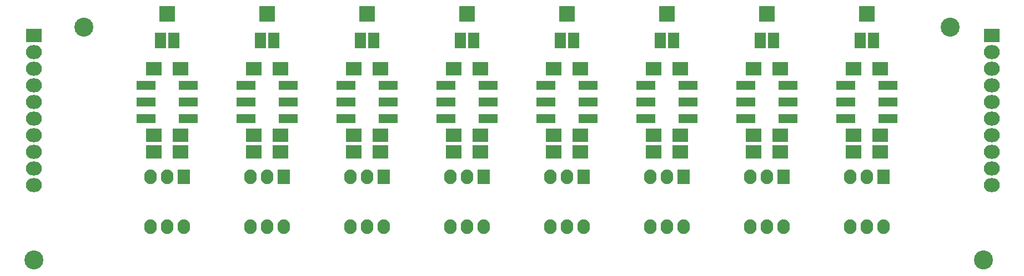
<source format=gts>
G04 #@! TF.FileFunction,Soldermask,Top*
%FSLAX46Y46*%
G04 Gerber Fmt 4.6, Leading zero omitted, Abs format (unit mm)*
G04 Created by KiCad (PCBNEW 4.0.0-stable) date 3/18/2016 10:57:14 AM*
%MOMM*%
G01*
G04 APERTURE LIST*
%ADD10C,0.100000*%
%ADD11C,2.900000*%
%ADD12R,2.900000X1.400000*%
%ADD13R,1.924000X2.224000*%
%ADD14O,1.924000X2.224000*%
%ADD15R,2.400000X2.400000*%
%ADD16R,1.700000X2.400000*%
%ADD17R,2.432000X2.127200*%
%ADD18O,2.432000X2.127200*%
%ADD19R,2.400000X2.000000*%
G04 APERTURE END LIST*
D10*
D11*
X66040000Y-104140000D03*
X210820000Y-104140000D03*
X205740000Y-68580000D03*
X73660000Y-68580000D03*
D12*
X89610000Y-82550000D03*
X89610000Y-80010000D03*
X89610000Y-77470000D03*
X83110000Y-77470000D03*
X83110000Y-80010000D03*
X83110000Y-82550000D03*
X104850000Y-82550000D03*
X104850000Y-80010000D03*
X104850000Y-77470000D03*
X98350000Y-77470000D03*
X98350000Y-80010000D03*
X98350000Y-82550000D03*
X135330000Y-82550000D03*
X135330000Y-80010000D03*
X135330000Y-77470000D03*
X128830000Y-77470000D03*
X128830000Y-80010000D03*
X128830000Y-82550000D03*
X120090000Y-82550000D03*
X120090000Y-80010000D03*
X120090000Y-77470000D03*
X113590000Y-77470000D03*
X113590000Y-80010000D03*
X113590000Y-82550000D03*
X150570000Y-82550000D03*
X150570000Y-80010000D03*
X150570000Y-77470000D03*
X144070000Y-77470000D03*
X144070000Y-80010000D03*
X144070000Y-82550000D03*
X165810000Y-82550000D03*
X165810000Y-80010000D03*
X165810000Y-77470000D03*
X159310000Y-77470000D03*
X159310000Y-80010000D03*
X159310000Y-82550000D03*
X196290000Y-82550000D03*
X196290000Y-80010000D03*
X196290000Y-77470000D03*
X189790000Y-77470000D03*
X189790000Y-80010000D03*
X189790000Y-82550000D03*
X181050000Y-82550000D03*
X181050000Y-80010000D03*
X181050000Y-77470000D03*
X174550000Y-77470000D03*
X174550000Y-80010000D03*
X174550000Y-82550000D03*
D13*
X88900000Y-91440000D03*
D14*
X88900000Y-99060000D03*
X86360000Y-91440000D03*
X86360000Y-99060000D03*
X83820000Y-91440000D03*
X83820000Y-99060000D03*
D13*
X104140000Y-91440000D03*
D14*
X104140000Y-99060000D03*
X101600000Y-91440000D03*
X101600000Y-99060000D03*
X99060000Y-91440000D03*
X99060000Y-99060000D03*
D13*
X134620000Y-91440000D03*
D14*
X134620000Y-99060000D03*
X132080000Y-91440000D03*
X132080000Y-99060000D03*
X129540000Y-91440000D03*
X129540000Y-99060000D03*
D13*
X119380000Y-91440000D03*
D14*
X119380000Y-99060000D03*
X116840000Y-91440000D03*
X116840000Y-99060000D03*
X114300000Y-91440000D03*
X114300000Y-99060000D03*
D13*
X149860000Y-91440000D03*
D14*
X149860000Y-99060000D03*
X147320000Y-91440000D03*
X147320000Y-99060000D03*
X144780000Y-91440000D03*
X144780000Y-99060000D03*
D13*
X165100000Y-91440000D03*
D14*
X165100000Y-99060000D03*
X162560000Y-91440000D03*
X162560000Y-99060000D03*
X160020000Y-91440000D03*
X160020000Y-99060000D03*
D13*
X195580000Y-91440000D03*
D14*
X195580000Y-99060000D03*
X193040000Y-91440000D03*
X193040000Y-99060000D03*
X190500000Y-91440000D03*
X190500000Y-99060000D03*
D13*
X180340000Y-91440000D03*
D14*
X180340000Y-99060000D03*
X177800000Y-91440000D03*
X177800000Y-99060000D03*
X175260000Y-91440000D03*
X175260000Y-99060000D03*
D15*
X86360000Y-66580000D03*
D16*
X85360000Y-70580000D03*
X87360000Y-70580000D03*
D15*
X177800000Y-66580000D03*
D16*
X176800000Y-70580000D03*
X178800000Y-70580000D03*
D15*
X193040000Y-66580000D03*
D16*
X192040000Y-70580000D03*
X194040000Y-70580000D03*
D15*
X162560000Y-66580000D03*
D16*
X161560000Y-70580000D03*
X163560000Y-70580000D03*
D15*
X147320000Y-66580000D03*
D16*
X146320000Y-70580000D03*
X148320000Y-70580000D03*
D15*
X132080000Y-66580000D03*
D16*
X131080000Y-70580000D03*
X133080000Y-70580000D03*
D15*
X101600000Y-66580000D03*
D16*
X100600000Y-70580000D03*
X102600000Y-70580000D03*
D17*
X212090000Y-69850000D03*
D18*
X212090000Y-72390000D03*
X212090000Y-74930000D03*
X212090000Y-77470000D03*
X212090000Y-80010000D03*
X212090000Y-82550000D03*
X212090000Y-85090000D03*
X212090000Y-87630000D03*
X212090000Y-90170000D03*
X212090000Y-92710000D03*
D17*
X66040000Y-69850000D03*
D18*
X66040000Y-72390000D03*
X66040000Y-74930000D03*
X66040000Y-77470000D03*
X66040000Y-80010000D03*
X66040000Y-82550000D03*
X66040000Y-85090000D03*
X66040000Y-87630000D03*
X66040000Y-90170000D03*
X66040000Y-92710000D03*
D19*
X175800000Y-74930000D03*
X179800000Y-74930000D03*
X179800000Y-85090000D03*
X175800000Y-85090000D03*
X175800000Y-87630000D03*
X179800000Y-87630000D03*
X191040000Y-74930000D03*
X195040000Y-74930000D03*
X195040000Y-85090000D03*
X191040000Y-85090000D03*
X191040000Y-87630000D03*
X195040000Y-87630000D03*
X160560000Y-74930000D03*
X164560000Y-74930000D03*
X164560000Y-85090000D03*
X160560000Y-85090000D03*
X160560000Y-87630000D03*
X164560000Y-87630000D03*
X145320000Y-74930000D03*
X149320000Y-74930000D03*
X149320000Y-85090000D03*
X145320000Y-85090000D03*
X145320000Y-87630000D03*
X149320000Y-87630000D03*
X114840000Y-74930000D03*
X118840000Y-74930000D03*
X118840000Y-85090000D03*
X114840000Y-85090000D03*
X114840000Y-87630000D03*
X118840000Y-87630000D03*
X130080000Y-74930000D03*
X134080000Y-74930000D03*
X134080000Y-85090000D03*
X130080000Y-85090000D03*
X130080000Y-87630000D03*
X134080000Y-87630000D03*
X99600000Y-74930000D03*
X103600000Y-74930000D03*
X103600000Y-85090000D03*
X99600000Y-85090000D03*
X99600000Y-87630000D03*
X103600000Y-87630000D03*
X84360000Y-74930000D03*
X88360000Y-74930000D03*
X88360000Y-85090000D03*
X84360000Y-85090000D03*
X84360000Y-87630000D03*
X88360000Y-87630000D03*
D15*
X116840000Y-66580000D03*
D16*
X115840000Y-70580000D03*
X117840000Y-70580000D03*
D15*
X116840000Y-66580000D03*
D16*
X115840000Y-70580000D03*
X117840000Y-70580000D03*
D19*
X84360000Y-87630000D03*
X88360000Y-87630000D03*
X88360000Y-85090000D03*
X84360000Y-85090000D03*
X84360000Y-74930000D03*
X88360000Y-74930000D03*
X99600000Y-87630000D03*
X103600000Y-87630000D03*
X103600000Y-85090000D03*
X99600000Y-85090000D03*
X99600000Y-74930000D03*
X103600000Y-74930000D03*
X130080000Y-87630000D03*
X134080000Y-87630000D03*
X134080000Y-85090000D03*
X130080000Y-85090000D03*
X130080000Y-74930000D03*
X134080000Y-74930000D03*
X114840000Y-87630000D03*
X118840000Y-87630000D03*
X118840000Y-85090000D03*
X114840000Y-85090000D03*
X114840000Y-74930000D03*
X118840000Y-74930000D03*
X145320000Y-87630000D03*
X149320000Y-87630000D03*
X149320000Y-85090000D03*
X145320000Y-85090000D03*
X145320000Y-74930000D03*
X149320000Y-74930000D03*
X160560000Y-87630000D03*
X164560000Y-87630000D03*
X164560000Y-85090000D03*
X160560000Y-85090000D03*
X160560000Y-74930000D03*
X164560000Y-74930000D03*
X191040000Y-87630000D03*
X195040000Y-87630000D03*
X195040000Y-85090000D03*
X191040000Y-85090000D03*
X191040000Y-74930000D03*
X195040000Y-74930000D03*
X175800000Y-87630000D03*
X179800000Y-87630000D03*
X179800000Y-85090000D03*
X175800000Y-85090000D03*
X175800000Y-74930000D03*
X179800000Y-74930000D03*
D17*
X66040000Y-69850000D03*
D18*
X66040000Y-72390000D03*
X66040000Y-74930000D03*
X66040000Y-77470000D03*
X66040000Y-80010000D03*
X66040000Y-82550000D03*
X66040000Y-85090000D03*
X66040000Y-87630000D03*
X66040000Y-90170000D03*
X66040000Y-92710000D03*
D17*
X212090000Y-69850000D03*
D18*
X212090000Y-72390000D03*
X212090000Y-74930000D03*
X212090000Y-77470000D03*
X212090000Y-80010000D03*
X212090000Y-82550000D03*
X212090000Y-85090000D03*
X212090000Y-87630000D03*
X212090000Y-90170000D03*
X212090000Y-92710000D03*
D15*
X101600000Y-66580000D03*
D16*
X100600000Y-70580000D03*
X102600000Y-70580000D03*
D15*
X132080000Y-66580000D03*
D16*
X131080000Y-70580000D03*
X133080000Y-70580000D03*
D15*
X147320000Y-66580000D03*
D16*
X146320000Y-70580000D03*
X148320000Y-70580000D03*
D15*
X162560000Y-66580000D03*
D16*
X161560000Y-70580000D03*
X163560000Y-70580000D03*
D15*
X193040000Y-66580000D03*
D16*
X192040000Y-70580000D03*
X194040000Y-70580000D03*
D15*
X177800000Y-66580000D03*
D16*
X176800000Y-70580000D03*
X178800000Y-70580000D03*
D15*
X86360000Y-66580000D03*
D16*
X85360000Y-70580000D03*
X87360000Y-70580000D03*
D13*
X180340000Y-91440000D03*
D14*
X180340000Y-99060000D03*
X177800000Y-91440000D03*
X177800000Y-99060000D03*
X175260000Y-91440000D03*
X175260000Y-99060000D03*
D13*
X195580000Y-91440000D03*
D14*
X195580000Y-99060000D03*
X193040000Y-91440000D03*
X193040000Y-99060000D03*
X190500000Y-91440000D03*
X190500000Y-99060000D03*
D13*
X165100000Y-91440000D03*
D14*
X165100000Y-99060000D03*
X162560000Y-91440000D03*
X162560000Y-99060000D03*
X160020000Y-91440000D03*
X160020000Y-99060000D03*
D13*
X149860000Y-91440000D03*
D14*
X149860000Y-99060000D03*
X147320000Y-91440000D03*
X147320000Y-99060000D03*
X144780000Y-91440000D03*
X144780000Y-99060000D03*
D13*
X119380000Y-91440000D03*
D14*
X119380000Y-99060000D03*
X116840000Y-91440000D03*
X116840000Y-99060000D03*
X114300000Y-91440000D03*
X114300000Y-99060000D03*
D13*
X134620000Y-91440000D03*
D14*
X134620000Y-99060000D03*
X132080000Y-91440000D03*
X132080000Y-99060000D03*
X129540000Y-91440000D03*
X129540000Y-99060000D03*
D13*
X104140000Y-91440000D03*
D14*
X104140000Y-99060000D03*
X101600000Y-91440000D03*
X101600000Y-99060000D03*
X99060000Y-91440000D03*
X99060000Y-99060000D03*
D13*
X88900000Y-91440000D03*
D14*
X88900000Y-99060000D03*
X86360000Y-91440000D03*
X86360000Y-99060000D03*
X83820000Y-91440000D03*
X83820000Y-99060000D03*
D12*
X181050000Y-82550000D03*
X181050000Y-80010000D03*
X181050000Y-77470000D03*
X174550000Y-77470000D03*
X174550000Y-80010000D03*
X174550000Y-82550000D03*
X196290000Y-82550000D03*
X196290000Y-80010000D03*
X196290000Y-77470000D03*
X189790000Y-77470000D03*
X189790000Y-80010000D03*
X189790000Y-82550000D03*
X165810000Y-82550000D03*
X165810000Y-80010000D03*
X165810000Y-77470000D03*
X159310000Y-77470000D03*
X159310000Y-80010000D03*
X159310000Y-82550000D03*
X150570000Y-82550000D03*
X150570000Y-80010000D03*
X150570000Y-77470000D03*
X144070000Y-77470000D03*
X144070000Y-80010000D03*
X144070000Y-82550000D03*
X120090000Y-82550000D03*
X120090000Y-80010000D03*
X120090000Y-77470000D03*
X113590000Y-77470000D03*
X113590000Y-80010000D03*
X113590000Y-82550000D03*
X135330000Y-82550000D03*
X135330000Y-80010000D03*
X135330000Y-77470000D03*
X128830000Y-77470000D03*
X128830000Y-80010000D03*
X128830000Y-82550000D03*
X104850000Y-82550000D03*
X104850000Y-80010000D03*
X104850000Y-77470000D03*
X98350000Y-77470000D03*
X98350000Y-80010000D03*
X98350000Y-82550000D03*
X89610000Y-82550000D03*
X89610000Y-80010000D03*
X89610000Y-77470000D03*
X83110000Y-77470000D03*
X83110000Y-80010000D03*
X83110000Y-82550000D03*
D11*
X73660000Y-68580000D03*
X205740000Y-68580000D03*
X210820000Y-104140000D03*
X66040000Y-104140000D03*
X66040000Y-104140000D03*
X210820000Y-104140000D03*
X205740000Y-68580000D03*
X73660000Y-68580000D03*
D12*
X89610000Y-82550000D03*
X89610000Y-80010000D03*
X89610000Y-77470000D03*
X83110000Y-77470000D03*
X83110000Y-80010000D03*
X83110000Y-82550000D03*
X104850000Y-82550000D03*
X104850000Y-80010000D03*
X104850000Y-77470000D03*
X98350000Y-77470000D03*
X98350000Y-80010000D03*
X98350000Y-82550000D03*
X135330000Y-82550000D03*
X135330000Y-80010000D03*
X135330000Y-77470000D03*
X128830000Y-77470000D03*
X128830000Y-80010000D03*
X128830000Y-82550000D03*
X120090000Y-82550000D03*
X120090000Y-80010000D03*
X120090000Y-77470000D03*
X113590000Y-77470000D03*
X113590000Y-80010000D03*
X113590000Y-82550000D03*
X150570000Y-82550000D03*
X150570000Y-80010000D03*
X150570000Y-77470000D03*
X144070000Y-77470000D03*
X144070000Y-80010000D03*
X144070000Y-82550000D03*
X165810000Y-82550000D03*
X165810000Y-80010000D03*
X165810000Y-77470000D03*
X159310000Y-77470000D03*
X159310000Y-80010000D03*
X159310000Y-82550000D03*
X196290000Y-82550000D03*
X196290000Y-80010000D03*
X196290000Y-77470000D03*
X189790000Y-77470000D03*
X189790000Y-80010000D03*
X189790000Y-82550000D03*
X181050000Y-82550000D03*
X181050000Y-80010000D03*
X181050000Y-77470000D03*
X174550000Y-77470000D03*
X174550000Y-80010000D03*
X174550000Y-82550000D03*
D13*
X88900000Y-91440000D03*
D14*
X88900000Y-99060000D03*
X86360000Y-91440000D03*
X86360000Y-99060000D03*
X83820000Y-91440000D03*
X83820000Y-99060000D03*
D13*
X104140000Y-91440000D03*
D14*
X104140000Y-99060000D03*
X101600000Y-91440000D03*
X101600000Y-99060000D03*
X99060000Y-91440000D03*
X99060000Y-99060000D03*
D13*
X134620000Y-91440000D03*
D14*
X134620000Y-99060000D03*
X132080000Y-91440000D03*
X132080000Y-99060000D03*
X129540000Y-91440000D03*
X129540000Y-99060000D03*
D13*
X119380000Y-91440000D03*
D14*
X119380000Y-99060000D03*
X116840000Y-91440000D03*
X116840000Y-99060000D03*
X114300000Y-91440000D03*
X114300000Y-99060000D03*
D13*
X149860000Y-91440000D03*
D14*
X149860000Y-99060000D03*
X147320000Y-91440000D03*
X147320000Y-99060000D03*
X144780000Y-91440000D03*
X144780000Y-99060000D03*
D13*
X165100000Y-91440000D03*
D14*
X165100000Y-99060000D03*
X162560000Y-91440000D03*
X162560000Y-99060000D03*
X160020000Y-91440000D03*
X160020000Y-99060000D03*
D13*
X195580000Y-91440000D03*
D14*
X195580000Y-99060000D03*
X193040000Y-91440000D03*
X193040000Y-99060000D03*
X190500000Y-91440000D03*
X190500000Y-99060000D03*
D13*
X180340000Y-91440000D03*
D14*
X180340000Y-99060000D03*
X177800000Y-91440000D03*
X177800000Y-99060000D03*
X175260000Y-91440000D03*
X175260000Y-99060000D03*
D15*
X86360000Y-66580000D03*
D16*
X85360000Y-70580000D03*
X87360000Y-70580000D03*
D15*
X177800000Y-66580000D03*
D16*
X176800000Y-70580000D03*
X178800000Y-70580000D03*
D15*
X193040000Y-66580000D03*
D16*
X192040000Y-70580000D03*
X194040000Y-70580000D03*
D15*
X162560000Y-66580000D03*
D16*
X161560000Y-70580000D03*
X163560000Y-70580000D03*
D15*
X147320000Y-66580000D03*
D16*
X146320000Y-70580000D03*
X148320000Y-70580000D03*
D15*
X132080000Y-66580000D03*
D16*
X131080000Y-70580000D03*
X133080000Y-70580000D03*
D15*
X101600000Y-66580000D03*
D16*
X100600000Y-70580000D03*
X102600000Y-70580000D03*
D17*
X212090000Y-69850000D03*
D18*
X212090000Y-72390000D03*
X212090000Y-74930000D03*
X212090000Y-77470000D03*
X212090000Y-80010000D03*
X212090000Y-82550000D03*
X212090000Y-85090000D03*
X212090000Y-87630000D03*
X212090000Y-90170000D03*
X212090000Y-92710000D03*
D17*
X66040000Y-69850000D03*
D18*
X66040000Y-72390000D03*
X66040000Y-74930000D03*
X66040000Y-77470000D03*
X66040000Y-80010000D03*
X66040000Y-82550000D03*
X66040000Y-85090000D03*
X66040000Y-87630000D03*
X66040000Y-90170000D03*
X66040000Y-92710000D03*
D19*
X175800000Y-74930000D03*
X179800000Y-74930000D03*
X179800000Y-85090000D03*
X175800000Y-85090000D03*
X175800000Y-87630000D03*
X179800000Y-87630000D03*
X191040000Y-74930000D03*
X195040000Y-74930000D03*
X195040000Y-85090000D03*
X191040000Y-85090000D03*
X191040000Y-87630000D03*
X195040000Y-87630000D03*
X160560000Y-74930000D03*
X164560000Y-74930000D03*
X164560000Y-85090000D03*
X160560000Y-85090000D03*
X160560000Y-87630000D03*
X164560000Y-87630000D03*
X145320000Y-74930000D03*
X149320000Y-74930000D03*
X149320000Y-85090000D03*
X145320000Y-85090000D03*
X145320000Y-87630000D03*
X149320000Y-87630000D03*
X114840000Y-74930000D03*
X118840000Y-74930000D03*
X118840000Y-85090000D03*
X114840000Y-85090000D03*
X114840000Y-87630000D03*
X118840000Y-87630000D03*
X130080000Y-74930000D03*
X134080000Y-74930000D03*
X134080000Y-85090000D03*
X130080000Y-85090000D03*
X130080000Y-87630000D03*
X134080000Y-87630000D03*
X99600000Y-74930000D03*
X103600000Y-74930000D03*
X103600000Y-85090000D03*
X99600000Y-85090000D03*
X99600000Y-87630000D03*
X103600000Y-87630000D03*
X84360000Y-74930000D03*
X88360000Y-74930000D03*
X88360000Y-85090000D03*
X84360000Y-85090000D03*
X84360000Y-87630000D03*
X88360000Y-87630000D03*
D15*
X116840000Y-66580000D03*
D16*
X115840000Y-70580000D03*
X117840000Y-70580000D03*
D15*
X116840000Y-66580000D03*
D16*
X115840000Y-70580000D03*
X117840000Y-70580000D03*
D19*
X84360000Y-87630000D03*
X88360000Y-87630000D03*
X88360000Y-85090000D03*
X84360000Y-85090000D03*
X84360000Y-74930000D03*
X88360000Y-74930000D03*
X99600000Y-87630000D03*
X103600000Y-87630000D03*
X103600000Y-85090000D03*
X99600000Y-85090000D03*
X99600000Y-74930000D03*
X103600000Y-74930000D03*
X130080000Y-87630000D03*
X134080000Y-87630000D03*
X134080000Y-85090000D03*
X130080000Y-85090000D03*
X130080000Y-74930000D03*
X134080000Y-74930000D03*
X114840000Y-87630000D03*
X118840000Y-87630000D03*
X118840000Y-85090000D03*
X114840000Y-85090000D03*
X114840000Y-74930000D03*
X118840000Y-74930000D03*
X145320000Y-87630000D03*
X149320000Y-87630000D03*
X149320000Y-85090000D03*
X145320000Y-85090000D03*
X145320000Y-74930000D03*
X149320000Y-74930000D03*
X160560000Y-87630000D03*
X164560000Y-87630000D03*
X164560000Y-85090000D03*
X160560000Y-85090000D03*
X160560000Y-74930000D03*
X164560000Y-74930000D03*
X191040000Y-87630000D03*
X195040000Y-87630000D03*
X195040000Y-85090000D03*
X191040000Y-85090000D03*
X191040000Y-74930000D03*
X195040000Y-74930000D03*
X175800000Y-87630000D03*
X179800000Y-87630000D03*
X179800000Y-85090000D03*
X175800000Y-85090000D03*
X175800000Y-74930000D03*
X179800000Y-74930000D03*
D17*
X66040000Y-69850000D03*
D18*
X66040000Y-72390000D03*
X66040000Y-74930000D03*
X66040000Y-77470000D03*
X66040000Y-80010000D03*
X66040000Y-82550000D03*
X66040000Y-85090000D03*
X66040000Y-87630000D03*
X66040000Y-90170000D03*
X66040000Y-92710000D03*
D17*
X212090000Y-69850000D03*
D18*
X212090000Y-72390000D03*
X212090000Y-74930000D03*
X212090000Y-77470000D03*
X212090000Y-80010000D03*
X212090000Y-82550000D03*
X212090000Y-85090000D03*
X212090000Y-87630000D03*
X212090000Y-90170000D03*
X212090000Y-92710000D03*
D15*
X101600000Y-66580000D03*
D16*
X100600000Y-70580000D03*
X102600000Y-70580000D03*
D15*
X132080000Y-66580000D03*
D16*
X131080000Y-70580000D03*
X133080000Y-70580000D03*
D15*
X147320000Y-66580000D03*
D16*
X146320000Y-70580000D03*
X148320000Y-70580000D03*
D15*
X162560000Y-66580000D03*
D16*
X161560000Y-70580000D03*
X163560000Y-70580000D03*
D15*
X193040000Y-66580000D03*
D16*
X192040000Y-70580000D03*
X194040000Y-70580000D03*
D15*
X177800000Y-66580000D03*
D16*
X176800000Y-70580000D03*
X178800000Y-70580000D03*
D15*
X86360000Y-66580000D03*
D16*
X85360000Y-70580000D03*
X87360000Y-70580000D03*
D13*
X180340000Y-91440000D03*
D14*
X180340000Y-99060000D03*
X177800000Y-91440000D03*
X177800000Y-99060000D03*
X175260000Y-91440000D03*
X175260000Y-99060000D03*
D13*
X195580000Y-91440000D03*
D14*
X195580000Y-99060000D03*
X193040000Y-91440000D03*
X193040000Y-99060000D03*
X190500000Y-91440000D03*
X190500000Y-99060000D03*
D13*
X165100000Y-91440000D03*
D14*
X165100000Y-99060000D03*
X162560000Y-91440000D03*
X162560000Y-99060000D03*
X160020000Y-91440000D03*
X160020000Y-99060000D03*
D13*
X149860000Y-91440000D03*
D14*
X149860000Y-99060000D03*
X147320000Y-91440000D03*
X147320000Y-99060000D03*
X144780000Y-91440000D03*
X144780000Y-99060000D03*
D13*
X119380000Y-91440000D03*
D14*
X119380000Y-99060000D03*
X116840000Y-91440000D03*
X116840000Y-99060000D03*
X114300000Y-91440000D03*
X114300000Y-99060000D03*
D13*
X134620000Y-91440000D03*
D14*
X134620000Y-99060000D03*
X132080000Y-91440000D03*
X132080000Y-99060000D03*
X129540000Y-91440000D03*
X129540000Y-99060000D03*
D13*
X104140000Y-91440000D03*
D14*
X104140000Y-99060000D03*
X101600000Y-91440000D03*
X101600000Y-99060000D03*
X99060000Y-91440000D03*
X99060000Y-99060000D03*
D13*
X88900000Y-91440000D03*
D14*
X88900000Y-99060000D03*
X86360000Y-91440000D03*
X86360000Y-99060000D03*
X83820000Y-91440000D03*
X83820000Y-99060000D03*
D12*
X181050000Y-82550000D03*
X181050000Y-80010000D03*
X181050000Y-77470000D03*
X174550000Y-77470000D03*
X174550000Y-80010000D03*
X174550000Y-82550000D03*
X196290000Y-82550000D03*
X196290000Y-80010000D03*
X196290000Y-77470000D03*
X189790000Y-77470000D03*
X189790000Y-80010000D03*
X189790000Y-82550000D03*
X165810000Y-82550000D03*
X165810000Y-80010000D03*
X165810000Y-77470000D03*
X159310000Y-77470000D03*
X159310000Y-80010000D03*
X159310000Y-82550000D03*
X150570000Y-82550000D03*
X150570000Y-80010000D03*
X150570000Y-77470000D03*
X144070000Y-77470000D03*
X144070000Y-80010000D03*
X144070000Y-82550000D03*
X120090000Y-82550000D03*
X120090000Y-80010000D03*
X120090000Y-77470000D03*
X113590000Y-77470000D03*
X113590000Y-80010000D03*
X113590000Y-82550000D03*
X135330000Y-82550000D03*
X135330000Y-80010000D03*
X135330000Y-77470000D03*
X128830000Y-77470000D03*
X128830000Y-80010000D03*
X128830000Y-82550000D03*
X104850000Y-82550000D03*
X104850000Y-80010000D03*
X104850000Y-77470000D03*
X98350000Y-77470000D03*
X98350000Y-80010000D03*
X98350000Y-82550000D03*
X89610000Y-82550000D03*
X89610000Y-80010000D03*
X89610000Y-77470000D03*
X83110000Y-77470000D03*
X83110000Y-80010000D03*
X83110000Y-82550000D03*
D11*
X73660000Y-68580000D03*
X205740000Y-68580000D03*
X210820000Y-104140000D03*
X66040000Y-104140000D03*
M02*

</source>
